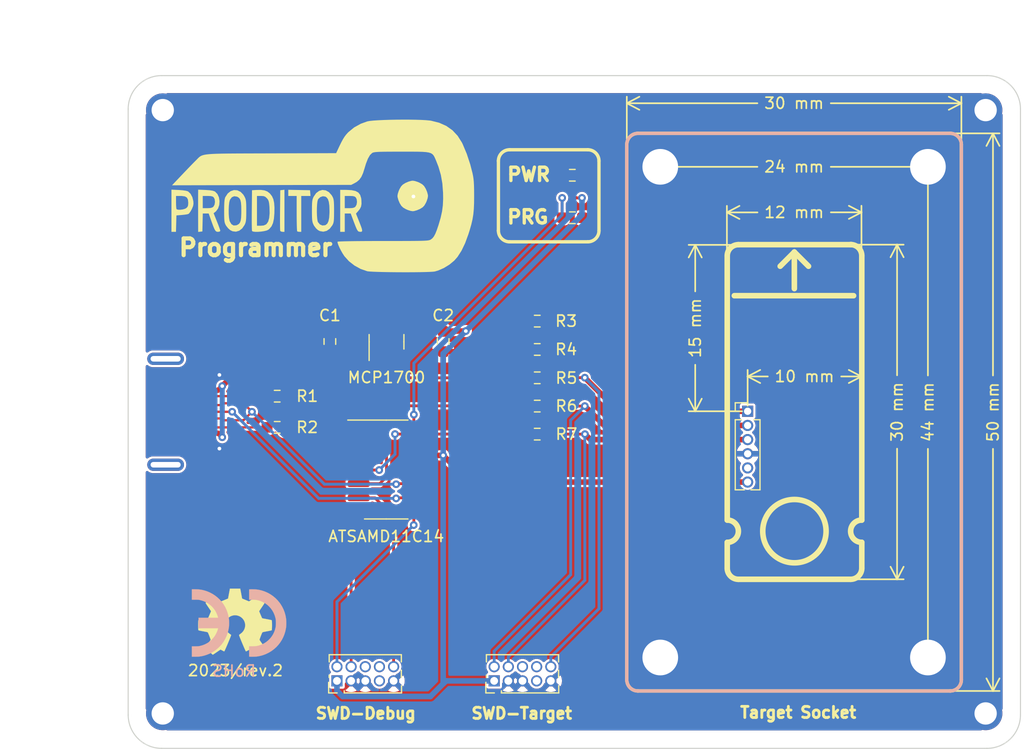
<source format=kicad_pcb>
(kicad_pcb (version 20221018) (generator pcbnew)
  (title_block (comment 4 "AISLER Project ID: GBBRHTNG"))
  (layers (0 "F.Cu" signal) (31 "B.Cu" signal) (34 "B.Paste" user) (35 "F.Paste" user) (36 "B.SilkS" user "B.Silkscreen") (37 "F.SilkS" user "F.Silkscreen") (38 "B.Mask" user) (39 "F.Mask" user) (44 "Edge.Cuts" user))
  (net 0 "")
  (net 1 "+3V3")
  (net 2 "Net-(IC1-IN)")
  (net 3 "/USB_DP")
  (net 4 "/USB_DM")
  (net 5 "/DBG_RESET")
  (net 6 "/DBG_SWCLK")
  (net 7 "/DBG_SWDIO")
  (net 8 "/RESET")
  (net 9 "/DAP_STATUS")
  (net 10 "GND")
  (net 11 "/SWDIO{slash}TMS")
  (net 12 "/SWCLK{slash}TCK")
  (net 13 "Net-(J1-CC1)")
  (net 15 "Net-(IC2-PA5)")
  (net 19 "Net-(IC2-PA14)")
  (net 20 "Net-(IC2-PA15)")
  (net 28 "Net-(LED1-K)")
  (net 29 "Net-(LED2-K)")
  (net 30 "Net-(J1-CC2)")
  (footprint "MountingHole:MountingHole_3.2mm_M3" (layer "F.Cu") (at 81.566 28.2)
    (fp_text reference "H2" hide)
    (fp_text value "MountingHole" hide)
    (pad "" np_thru_hole circle (at 0 0) (size 3.2 3.2) (drill 3.2) (layers "*.Cu" "*.Mask"))
  )
  (footprint "Resistor_SMD:R_0603_1608Metric_Pad0.98x0.95mm_HandSolder" (layer "F.Cu") (at 49.6805 28.956)
    (fp_text reference "LED1" hide)
    (fp_text value "blue" hide)
    (pad "1" smd roundrect (at -0.9125 0) (size 0.975 0.95) (layers "F.Cu" "F.Paste" "F.Mask") (net 1 "+3V3"))
    (pad "2" smd roundrect (at 0.9125 0) (size 0.975 0.95) (layers "F.Cu" "F.Paste" "F.Mask") (net 28 "Net-(LED1-K)"))
  )
  (footprint "Package_TO_SOT_SMD:SOT-23" (layer "F.Cu") (at 33.02 43.8912 90)
    (fp_text reference "IC1" hide)
    (fp_text value "MCP1700" (at -3.2004 0 180) (layer "F.SilkS"))
    (pad "1" smd roundrect (at -0.9375 -0.95 90) (size 1.475 0.6) (layers "F.Cu" "F.Paste" "F.Mask") (net 10 "GND"))
    (pad "2" smd roundrect (at -0.9375 0.95 90) (size 1.475 0.6) (layers "F.Cu" "F.Paste" "F.Mask") (net 1 "+3V3"))
    (pad "3" smd roundrect (at 0.9375 0 90) (size 1.475 0.6) (layers "F.Cu" "F.Paste" "F.Mask") (net 2 "Net-(IC1-IN)"))
  )
  (footprint "Connector_PinHeader_1.27mm:PinHeader_1x06_P1.27mm_Vertical" (layer "F.Cu") (at 65.4 50.12)
    (fp_text reference "J3" hide)
    (fp_text value "Programmer" hide)
    (pad "1" thru_hole rect (at 0 0) (size 1 1) (drill 0.65) (layers "*.Cu" "*.Mask") (net 8 "/RESET"))
    (pad "2" thru_hole oval (at 0 1.27) (size 1 1) (drill 0.65) (layers "*.Cu" "*.Mask") (net 11 "/SWDIO{slash}TMS"))
    (pad "3" thru_hole oval (at 0 2.54) (size 1 1) (drill 0.65) (layers "*.Cu" "*.Mask") (net 12 "/SWCLK{slash}TCK"))
    (pad "4" thru_hole oval (at 0 3.81) (size 1 1) (drill 0.65) (layers "*.Cu" "*.Mask") (net 10 "GND"))
    (pad "5" thru_hole oval (at 0 5.08) (size 1 1) (drill 0.65) (layers "*.Cu" "*.Mask"))
    (pad "6" thru_hole oval (at 0 6.35) (size 1 1) (drill 0.65) (layers "*.Cu" "*.Mask") (net 1 "+3V3"))
  )
  (footprint "MountingHole:MountingHole_3.2mm_M3" (layer "F.Cu") (at 81.566 72.2)
    (fp_text reference "H4" hide)
    (fp_text value "MountingHole" hide)
    (pad "" np_thru_hole circle (at 0 0) (size 3.2 3.2) (drill 3.2) (layers "*.Cu" "*.Mask"))
  )
  (footprint "LOGO" (layer "F.Cu") (at 23.387723 23.555577)
    (fp_text reference "G***" hide)
    (fp_text value "LOGO" hide)
  )
  (footprint "Resistor_SMD:R_0603_1608Metric_Pad0.98x0.95mm_HandSolder" (layer "F.Cu") (at 46.535 42.037)
    (fp_text reference "R3" (at 2.5908 0) (layer "F.SilkS"))
    (fp_text value "100" hide)
    (pad "1" smd roundrect (at -0.9125 0) (size 0.975 0.95) (layers "F.Cu" "F.Paste" "F.Mask") (net 10 "GND"))
    (pad "2" smd roundrect (at 0.9125 0) (size 0.975 0.95) (layers "F.Cu" "F.Paste" "F.Mask") (net 29 "Net-(LED2-K)"))
  )
  (footprint "Resistor_SMD:R_0603_1608Metric_Pad0.98x0.95mm_HandSolder" (layer "F.Cu") (at 27.94 43.8635 90)
    (fp_text reference "C1" (at 2.3345 0 180) (layer "F.SilkS"))
    (fp_text value "1uF" hide)
    (pad "1" smd roundrect (at -0.9125 0 90) (size 0.975 0.95) (layers "F.Cu" "F.Paste" "F.Mask") (net 10 "GND"))
    (pad "2" smd roundrect (at 0.9125 0 90) (size 0.975 0.95) (layers "F.Cu" "F.Paste" "F.Mask") (net 2 "Net-(IC1-IN)"))
  )
  (footprint "Resistor_SMD:R_0603_1608Metric_Pad0.98x0.95mm_HandSolder" (layer "F.Cu") (at 46.535 44.577)
    (fp_text reference "R4" (at 2.5908 0) (layer "F.SilkS"))
    (fp_text value "100" hide)
    (pad "1" smd roundrect (at -0.9125 0) (size 0.975 0.95) (layers "F.Cu" "F.Paste" "F.Mask") (net 10 "GND"))
    (pad "2" smd roundrect (at 0.9125 0) (size 0.975 0.95) (layers "F.Cu" "F.Paste" "F.Mask") (net 28 "Net-(LED1-K)"))
  )
  (footprint "Resistor_SMD:R_0603_1608Metric_Pad0.98x0.95mm_HandSolder" (layer "F.Cu") (at 23.2175 51.562 180)
    (fp_text reference "R2" (at -2.6905 0) (layer "F.SilkS"))
    (fp_text value "5.1K" hide)
    (pad "1" smd roundrect (at -0.9125 0 180) (size 0.975 0.95) (layers "F.Cu" "F.Paste" "F.Mask") (net 10 "GND"))
    (pad "2" smd roundrect (at 0.9125 0 180) (size 0.975 0.95) (layers "F.Cu" "F.Paste" "F.Mask") (net 30 "Net-(J1-CC2)"))
  )
  (footprint "Resistor_SMD:R_0603_1608Metric_Pad0.98x0.95mm_HandSolder" (layer "F.Cu") (at 23.2175 48.768 180)
    (fp_text reference "R1" (at -2.6905 0) (layer "F.SilkS"))
    (fp_text value "5.1K" hide)
    (pad "1" smd roundrect (at -0.9125 0 180) (size 0.975 0.95) (layers "F.Cu" "F.Paste" "F.Mask") (net 10 "GND"))
    (pad "2" smd roundrect (at 0.9125 0 180) (size 0.975 0.95) (layers "F.Cu" "F.Paste" "F.Mask") (net 13 "Net-(J1-CC1)"))
  )
  (footprint "Programmer:Debug_2x05_P1.27mm_Vertical" (layer "F.Cu") (at 28.575 73.025 90)
    (fp_text reference "J2" hide)
    (fp_text value "Conn-5x2" hide)
    (pad "1" thru_hole rect (at -1.27 0 90) (size 1 1) (drill 0.7) (layers "*.Cu" "*.Mask") (net 1 "+3V3"))
    (pad "2" thru_hole circle (at 0 0 90) (size 1 1) (drill 0.7) (layers "*.Cu" "*.Mask") (net 7 "/DBG_SWDIO"))
    (pad "3" thru_hole circle (at -1.27 1.27 90) (size 1 1) (drill 0.7) (layers "*.Cu" "*.Mask") (net 10 "GND"))
    (pad "4" thru_hole circle (at 0 1.27 90) (size 1 1) (drill 0.7) (layers "*.Cu" "*.Mask") (net 6 "/DBG_SWCLK"))
    (pad "5" thru_hole circle (at -1.27 2.54 90) (size 1 1) (drill 0.7) (layers "*.Cu" "*.Mask") (net 10 "GND"))
    (pad "6" thru_hole circle (at 0 2.54 90) (size 1 1) (drill 0.7) (layers "*.Cu" "*.Mask"))
    (pad "7" thru_hole circle (at -1.27 3.81 90) (size 1 1) (drill 0.7) (layers "*.Cu" "*.Mask"))
    (pad "8" thru_hole circle (at 0 3.81 90) (size 1 1) (drill 0.7) (layers "*.Cu" "*.Mask"))
    (pad "9" thru_hole circle (at -1.27 5.08 90) (size 1 1) (drill 0.7) (layers "*.Cu" "*.Mask") (net 10 "GND"))
    (pad "10" thru_hole circle (at 0 5.08 90) (size 1 1) (drill 0.7) (layers "*.Cu" "*.Mask") (net 5 "/DBG_RESET"))
  )
  (footprint "Resistor_SMD:R_0603_1608Metric_Pad0.98x0.95mm_HandSolder" (layer "F.Cu") (at 46.535 47.1195 180)
    (fp_text reference "R5" (at -2.614 -0.0252) (layer "F.SilkS"))
    (fp_text value "100" hide)
    (pad "1" smd roundrect (at -0.9125 0 180) (size 0.975 0.95) (layers "F.Cu" "F.Paste" "F.Mask") (net 8 "/RESET"))
    (pad "2" smd roundrect (at 0.9125 0 180) (size 0.975 0.95) (layers "F.Cu" "F.Paste" "F.Mask") (net 15 "Net-(IC2-PA5)"))
  )
  (footprint "Symbol:OSHW-Symbol_6.7x6mm_SilkScreen" (layer "F.Cu") (at 19.431 69)
    (fp_text reference "REF**" hide)
    (fp_text value "OSHW-Symbol_6.7x6mm_SilkScreen" hide)
  )
  (footprint "Resistor_SMD:R_0603_1608Metric_Pad0.98x0.95mm_HandSolder" (layer "F.Cu") (at 38.1 43.8635 90)
    (fp_text reference "C2" (at 2.3345 0 180) (layer "F.SilkS"))
    (fp_text value "1uF" hide)
    (pad "1" smd roundrect (at -0.9125 0 90) (size 0.975 0.95) (layers "F.Cu" "F.Paste" "F.Mask") (net 10 "GND"))
    (pad "2" smd roundrect (at 0.9125 0 90) (size 0.975 0.95) (layers "F.Cu" "F.Paste" "F.Mask") (net 1 "+3V3"))
  )
  (footprint "MountingHole:MountingHole_3.2mm_M3" (layer "F.Cu") (at 57.566 28.2)
    (fp_text reference "H1" hide)
    (fp_text value "MountingHole" hide)
    (pad "" np_thru_hole circle (at 0 0) (size 3.2 3.2) (drill 3.2) (layers "*.Cu" "*.Mask"))
  )
  (footprint "Programmer:CX90BW-16P" (layer "F.Cu") (at 11.012 50.165 -90)
    (fp_text reference "J1" hide)
    (fp_text value "CX90BW-16" hide)
    (pad "A1" smd rect (at -2.575 -5.125) (size 0.95 0.45) (layers "F.Cu" "F.Paste" "F.Mask") (net 10 "GND"))
    (pad "A4" smd rect (at -1.925 -5.125) (size 0.95 0.45) (layers "F.Cu" "F.Paste" "F.Mask") (net 2 "Net-(IC1-IN)"))
    (pad "A5" smd rect (at -1.4 -5.125) (size 0.95 0.2) (layers "F.Cu" "F.Paste" "F.Mask") (net 13 "Net-(J1-CC1)"))
    (pad "A6" smd rect (at -0.6 -5.125) (size 0.95 0.2) (layers "F.Cu" "F.Paste" "F.Mask") (net 3 "/USB_DP"))
    (pad "A7" smd rect (at 0.2 -5.125) (size 0.95 0.2) (layers "F.Cu" "F.Paste" "F.Mask") (net 4 "/USB_DM"))
    (pad "A8" smd rect (at 1 -5.125) (size 0.95 0.2) (layers "F.Cu" "F.Paste" "F.Mask"))
    (pad "B1" smd rect (at 2.575 -5.125) (size 0.95 0.45) (layers "F.Cu" "F.Paste" "F.Mask") (net 10 "GND"))
    (pad "B4" smd rect (at 1.925 -5.125) (size 0.95 0.45) (layers "F.Cu" "F.Paste" "F.Mask") (net 2 "Net-(IC1-IN)"))
    (pad "B5" smd rect (at 1.4 -5.125) (size 0.95 0.2) (layers "F.Cu" "F.Paste" "F.Mask") (net 30 "Net-(J1-CC2)"))
    (pad "B6" smd rect (at 0.6 -5.125) (size 0.95 0.2) (layers "F.Cu" "F.Paste" "F.Mask") (net 3 "/USB_DP"))
    (pad "B7" smd rect (at -0.2 -5.125) (size 0.95 0.2) (layers "F.Cu" "F.Paste" "F.Mask") (net 4 "/USB_DM"))
    (pad "B8" smd rect (at -1 -5.125) (size 0.95 0.2) (layers "F.Cu" "F.Paste" "F.Mask"))
    (pad "M1" thru_hole oval (at -4.75 -2.2) (size 3.3 1.1) (drill oval 2.7 0.5) (layers "*.Cu" "*.Mask"))
    (pad "M2" thru_hole oval (at 4.75 -2.2) (size 3.3 1.1) (drill oval 2.7 0.5) (layers "*.Cu" "*.Mask"))
    (pad "S1" smd rect (at -3.375 -5.125) (size 0.95 0.75) (layers "F.Cu" "F.Paste" "F.Mask"))
    (pad "S2" smd rect (at 3.375 -5.125) (size 0.95 0.75) (layers "F.Cu" "F.Paste" "F.Mask"))
  )
  (footprint "MountingHole:MountingHole_3.2mm_M3" (layer "F.Cu") (at 57.566 72.2)
    (fp_text reference "H3" hide)
    (fp_text value "MountingHole" hide)
    (pad "" np_thru_hole circle (at 0 0) (size 3.2 3.2) (drill 3.2) (layers "*.Cu" "*.Mask"))
  )
  (footprint "Resistor_SMD:R_0603_1608Metric_Pad0.98x0.95mm_HandSolder" (layer "F.Cu") (at 49.6805 32.766)
    (fp_text reference "LED2" hide)
    (fp_text value "red" hide)
    (pad "1" smd roundrect (at -0.9125 0) (size 0.975 0.95) (layers "F.Cu" "F.Paste" "F.Mask") (net 9 "/DAP_STATUS"))
    (pad "2" smd roundrect (at 0.9125 0) (size 0.975 0.95) (layers "F.Cu" "F.Paste" "F.Mask") (net 29 "Net-(LED2-K)"))
  )
  (footprint "Package_SO:SOIC-14_3.9x8.7mm_P1.27mm" (layer "F.Cu") (at 32.9946 55.343047)
    (fp_text reference "IC2" hide)
    (fp_text value "ATSAMD11C14" (at 0 5.997953) (layer "F.SilkS"))
    (pad "1" smd roundrect (at -2.475 -3.81) (size 1.95 0.6) (layers "F.Cu" "F.Paste" "F.Mask") (net 15 "Net-(IC2-PA5)"))
    (pad "2" smd roundrect (at -2.475 -2.54) (size 1.95 0.6) (layers "F.Cu" "F.Paste" "F.Mask"))
    (pad "3" smd roundrect (at -2.475 -1.27) (size 1.95 0.6) (layers "F.Cu" "F.Paste" "F.Mask"))
    (pad "4" smd roundrect (at -2.475 0) (size 1.95 0.6) (layers "F.Cu" "F.Paste" "F.Mask") (net 19 "Net-(IC2-PA14)"))
    (pad "5" smd roundrect (at -2.475 1.27) (size 1.95 0.6) (layers "F.Cu" "F.Paste" "F.Mask") (net 20 "Net-(IC2-PA15)"))
    (pad "6" smd roundrect (at -2.475 2.54) (size 1.95 0.6) (layers "F.Cu" "F.Paste" "F.Mask") (net 5 "/DBG_RESET"))
    (pad "7" smd roundrect (at -2.475 3.81) (size 1.95 0.6) (layers "F.Cu" "F.Paste" "F.Mask") (net 6 "/DBG_SWCLK"))
    (pad "8" smd roundrect (at 2.475 3.81) (size 1.95 0.6) (layers "F.Cu" "F.Paste" "F.Mask") (net 7 "/DBG_SWDIO"))
    (pad "9" smd roundrect (at 2.475 2.54) (size 1.95 0.6) (layers "F.Cu" "F.Paste" "F.Mask") (net 4 "/USB_DM"))
    (pad "10" smd roundrect (at 2.475 1.27) (size 1.95 0.6) (layers "F.Cu" "F.Paste" "F.Mask") (net 3 "/USB_DP"))
    (pad "11" smd roundrect (at 2.475 0) (size 1.95 0.6) (layers "F.Cu" "F.Paste" "F.Mask") (net 10 "GND"))
    (pad "12" smd roundrect (at 2.475 -1.27) (size 1.95 0.6) (layers "F.Cu" "F.Paste" "F.Mask") (net 1 "+3V3"))
    (pad "13" smd roundrect (at 2.475 -2.54) (size 1.95 0.6) (layers "F.Cu" "F.Paste" "F.Mask"))
    (pad "14" smd roundrect (at 2.475 -3.81) (size 1.95 0.6) (layers "F.Cu" "F.Paste" "F.Mask") (net 9 "/DAP_STATUS"))
  )
  (footprint "Resistor_SMD:R_0603_1608Metric_Pad0.98x0.95mm_HandSolder" (layer "F.Cu") (at 46.535 49.657)
    (fp_text reference "R6" (at 2.614 0) (layer "F.SilkS"))
    (fp_text value "100" hide)
    (pad "1" smd roundrect (at -0.9125 0) (size 0.975 0.95) (layers "F.Cu" "F.Paste" "F.Mask") (net 20 "Net-(IC2-PA15)"))
    (pad "2" smd roundrect (at 0.9125 0) (size 0.975 0.95) (layers "F.Cu" "F.Paste" "F.Mask") (net 11 "/SWDIO{slash}TMS"))
  )
  (footprint "Programmer:Debug_2x05_P1.27mm_Vertical" (layer "F.Cu") (at 42.672 73.025 90)
    (fp_text reference "J4" hide)
    (fp_text value "Conn-5x2" hide)
    (pad "1" thru_hole rect (at -1.27 0 90) (size 1 1) (drill 0.7) (layers "*.Cu" "*.Mask") (net 1 "+3V3"))
    (pad "2" thru_hole circle (at 0 0 90) (size 1 1) (drill 0.7) (layers "*.Cu" "*.Mask") (net 11 "/SWDIO{slash}TMS"))
    (pad "3" thru_hole circle (at -1.27 1.27 90) (size 1 1) (drill 0.7) (layers "*.Cu" "*.Mask") (net 10 "GND"))
    (pad "4" thru_hole circle (at 0 1.27 90) (size 1 1) (drill 0.7) (layers "*.Cu" "*.Mask") (net 12 "/SWCLK{slash}TCK"))
    (pad "5" thru_hole circle (at -1.27 2.54 90) (size 1 1) (drill 0.7) (layers "*.Cu" "*.Mask") (net 10 "GND"))
    (pad "6" thru_hole circle (at 0 2.54 90) (size 1 1) (drill 0.7) (layers "*.Cu" "*.Mask"))
    (pad "7" thru_hole circle (at -1.27 3.81 90) (size 1 1) (drill 0.7) (layers "*.Cu" "*.Mask"))
    (pad "8" thru_hole circle (at 0 3.81 90) (size 1 1) (drill 0.7) (layers "*.Cu" "*.Mask"))
    (pad "9" thru_hole circle (at -1.27 5.08 90) (size 1 1) (drill 0.7) (layers "*.Cu" "*.Mask") (net 10 "GND"))
    (pad "10" thru_hole circle (at 0 5.08 90) (size 1 1) (drill 0.7) (layers "*.Cu" "*.Mask") (net 8 "/RESET"))
  )
  (footprint "Resistor_SMD:R_0603_1608Metric_Pad0.98x0.95mm_HandSolder" (layer "F.Cu") (at 46.5328 52.1716)
    (fp_text reference "R7" (at 2.62 0) (layer "F.SilkS"))
    (fp_text value "100" hide)
    (pad "1" smd roundrect (at -0.9125 0) (size 0.975 0.95) (layers "F.Cu" "F.Paste" "F.Mask") (net 19 "Net-(IC2-PA14)"))
    (pad "2" smd roundrect (at 0.9125 0) (size 0.975 0.95) (layers "F.Cu" "F.Paste" "F.Mask") (net 12 "/SWCLK{slash}TCK"))
  )
  (footprint "Symbol:CE-Logo_8.5x6mm_SilkScreen" (layer "B.Cu") (at 19.8 69.1 180)
    (fp_text reference "REF**" hide)
    (fp_text value "CE-Logo_8.5x6mm_SilkScreen" hide)
  )
  (gr_line (start 55.566 25.2) (end 83.566 25.2) (stroke (width 0.3)) (layer "B.SilkS"))
  (gr_line (start 83.566 75.2) (end 55.566 75.2) (stroke (width 0.3)) (layer "B.SilkS"))
  (gr_arc (start 83.566 25.2) (mid 84.273106 25.492893) (end 84.566 26.2) (stroke (width 0.3)) (layer "B.SilkS"))
  (gr_arc (start 54.566 26.2) (mid 54.858893 25.492894) (end 55.566 25.2) (stroke (width 0.3)) (layer "B.SilkS"))
  (gr_line (start 84.566 26.2) (end 84.566 74.2) (stroke (width 0.3)) (layer "B.SilkS"))
  (gr_line (start 54.566 74.2) (end 54.566 26.2) (stroke (width 0.3)) (layer "B.SilkS"))
  (gr_arc (start 84.566 74.2) (mid 84.273107 74.907106) (end 83.566 75.2) (stroke (width 0.3)) (layer "B.SilkS"))
  (gr_arc (start 55.566 75.2) (mid 54.858894 74.907107) (end 54.566 74.2) (stroke (width 0.3)) (layer "B.SilkS"))
  (gr_line (start 69.5892 35.844794) (end 70.8592 37.114794) (stroke (width 0.5)) (layer "F.SilkS"))
  (gr_line (start 74.9 39.756394) (end 64.2044 39.756394) (stroke (width 0.5)) (layer "F.SilkS"))
  (gr_line (start 43.053 33.925) (end 43.053 27.67) (stroke (width 0.3)) (layer "F.SilkS"))
  (gr_line (start 84.566 26.2) (end 84.566 74.2) (stroke (width 0.3)) (layer "F.SilkS"))
  (gr_arc (start 75.6362 61.875) (mid 74.6362 60.875) (end 75.6362 59.875) (stroke (width 0.5)) (layer "F.SilkS"))
  (gr_arc (start 55.566 75.2) (mid 54.858894 74.907107) (end 54.566 74.2) (stroke (width 0.3)) (layer "F.SilkS"))
  (gr_line (start 69.5892 35.844794) (end 69.5892 39.121394) (stroke (width 0.5)) (layer "F.SilkS"))
  (gr_line (start 64.570235 35.18) (end 74.7 35.18) (stroke (width 0.5)) (layer "F.SilkS"))
  (gr_line (start 63.5712 64.187) (end 63.5712 61.875) (stroke (width 0.5)) (layer "F.SilkS"))
  (gr_line (start 75.6362 64.187) (end 75.6362 61.875) (stroke (width 0.5)) (layer "F.SilkS"))
  (gr_arc (start 63.5712 36.182035) (mid 63.863735 35.475253) (end 64.570235 35.182036) (stroke (width 0.5)) (layer "F.SilkS"))
  (gr_line (start 55.566 25.2) (end 83.566 25.2) (stroke (width 0.3)) (layer "F.SilkS"))
  (gr_arc (start 44.053 34.925) (mid 43.345894 34.632107) (end 43.053 33.925) (stroke (width 0.3)) (layer "F.SilkS"))
  (gr_line (start 54.566 74.2) (end 54.566 26.2) (stroke (width 0.3)) (layer "F.SilkS"))
  (gr_circle (center 69.596 60.87) (end 72.435806 60.87) (stroke (width 0.5)) (fill none) (layer "F.SilkS"))
  (gr_arc (start 51.07 26.67) (mid 51.777106 26.962893) (end 52.07 27.67) (stroke (width 0.3)) (layer "F.SilkS"))
  (gr_line (start 51.07 34.925) (end 44.053 34.925) (stroke (width 0.3)) (layer "F.SilkS"))
  (gr_arc (start 74.635235 35.172322) (mid 75.342961 35.464878) (end 75.6362 36.172322) (stroke (width 0.5)) (layer "F.SilkS"))
  (gr_line (start 69.5892 35.844794) (end 68.3192 37.114794) (stroke (width 0.5)) (layer "F.SilkS"))
  (gr_arc (start 83.566 25.2) (mid 84.273106 25.492893) (end 84.566 26.2) (stroke (width 0.3)) (layer "F.SilkS"))
  (gr_arc (start 43.053 27.67) (mid 43.345893 26.962894) (end 44.053 26.67) (stroke (width 0.3)) (layer "F.SilkS"))
  (gr_line (start 83.566 75.2) (end 55.566 75.2) (stroke (width 0.3)) (layer "F.SilkS"))
  (gr_line (start 52.07 27.67) (end 52.07 33.925) (stroke (width 0.3)) (layer "F.SilkS"))
  (gr_arc (start 64.5712 65.187) (mid 63.864094 64.894107) (end 63.5712 64.187) (stroke (width 0.5)) (layer "F.SilkS"))
  (gr_line (start 74.6362 65.187) (end 64.5712 65.187) (stroke (width 0.5)) (layer "F.SilkS"))
  (gr_arc (start 84.566 74.2) (mid 84.273107 74.907106) (end 83.566 75.2) (stroke (width 0.3)) (layer "F.SilkS"))
  (gr_line (start 63.5712 59.875) (end 63.5712 36.182035) (stroke (width 0.5)) (layer "F.SilkS"))
  (gr_arc (start 52.07 33.925) (mid 51.777107 34.632106) (end 51.07 34.925) (stroke (width 0.3)) (layer "F.SilkS"))
  (gr_line (start 75.6362 59.875) (end 75.6362 36.172322) (stroke (width 0.5)) (layer "F.SilkS"))
  (gr_line (start 44.053 26.67) (end 51.07 26.67) (stroke (width 0.3)) (layer "F.SilkS"))
  (gr_arc (start 63.5712 59.875) (mid 64.5712 60.875) (end 63.5712 61.875) (stroke (width 0.5)) (layer "F.SilkS"))
  (gr_arc (start 54.566 26.2) (mid 54.858893 25.492894) (end 55.566 25.2) (stroke (width 0.3)) (layer "F.SilkS"))
  (gr_arc (start 75.6362 64.187) (mid 75.343307 64.894106) (end 74.6362 65.187) (stroke (width 0.5)) (layer "F.SilkS"))
  (gr_arc (start 86.8652 20.020194) (mid 88.98652 20.898874) (end 89.8652 23.020194) (stroke (width 0.1)) (layer "Edge.Cuts"))
  (gr_arc (start 12.8552 80.345194) (mid 10.73388 79.466514) (end 9.8552 77.345194) (stroke (width 0.1)) (layer "Edge.Cuts"))
  (gr_arc (start 9.8552 23.020194) (mid 10.73388 20.898874) (end 12.8552 20.020194) (stroke (width 0.1)) (layer "Edge.Cuts"))
  (gr_line (start 86.8652 80.345194) (end 12.8552 80.345194) (stroke (width 0.1)) (layer "Edge.Cuts"))
  (gr_line (start 89.8652 23.020194) (end 89.8652 77.345194) (stroke (width 0.1)) (layer "Edge.Cuts"))
  (gr_line (start 12.8552 20.020194) (end 86.8652 20.020194) (stroke (width 0.1)) (layer "Edge.Cuts"))
  (gr_arc (start 89.8652 77.345194) (mid 88.98652 79.466514) (end 86.8652 80.345194) (stroke (width 0.1)) (layer "Edge.Cuts"))
  (gr_line (start 9.8552 77.345194) (end 9.8552 23.020194) (stroke (width 0.1)) (layer "Edge.Cuts"))
  (gr_text "RoHS" (at 21.4 74) (layer "B.SilkS") (effects (font (size 1 1)) (justify left bottom mirror)))
  (gr_text "PRG" (at 43.688 33.401) (layer "F.SilkS") (effects (font (size 1.2 1.2) (thickness 0.3) bold) (justify left bottom)))
  (gr_text "Programmer" (at 14.224 36.322) (layer "F.SilkS") (effects (font (size 1.5 1.5) (thickness 0.375) bold) (justify left bottom)))
  (gr_text "Target Socket" (at 64.601 77.715194) (layer "F.SilkS") (effects (font (size 1 1) (thickness 0.25) bold) (justify left bottom)))
  (gr_text "SWD-Debug" (at 26.543 77.795194) (layer "F.SilkS") (effects (font (size 1 1) (thickness 0.25) bold) (justify left bottom)))
  (gr_text "2023/rev.2" (at 15.113 73.953) (layer "F.SilkS") (effects (font (size 1 1)) (justify left bottom)))
  (gr_text "PWR" (at 43.688 29.591) (layer "F.SilkS") (effects (font (size 1.2 1.2) (thickness 0.3) bold) (justify left bottom)))
  (gr_text "SWD-Target" (at 40.5 77.795194) (layer "F.SilkS") (effects (font (size 1 1) (thickness 0.25) bold) (justify left bottom)))
  (dimension (type aligned) (layer "F.SilkS") (pts (xy 84.566 26.2) (xy 54.566 26.2)) (height 3.7) (gr_text "30 mm" (at 69.566 22.5) (layer "F.SilkS") (effects (font (size 1 1) (thickness 0.15)))) (format (prefix "") (suffix "") (units 3) (units_format 1) (precision 0)) (style (thickness 0.15) (arrow_length 1.27) (text_position_mode 1) (extension_height 0.58642) (extension_offset 0.5) keep_text_aligned))
  (dimension (type aligned) (layer "F.SilkS") (pts (xy 81.566 28.2) (xy 81.566 72.2)) (height 0) (gr_text "44 mm" (at 81.566 50.2 90) (layer "F.SilkS") (effects (font (size 1 1) (thickness 0.15)))) (format (prefix "") (suffix "") (units 3) (units_format 1) (precision 0)) (style (thickness 0.15) (arrow_length 1.27) (text_position_mode 1) (extension_height 0.58642) (extension_offset 0.5) keep_text_aligned))
  (dimension (type aligned) (layer "F.SilkS") (pts (xy 57.566 28.2) (xy 81.566 28.2)) (height 0) (gr_text "24 mm" (at 69.566 28.2) (layer "F.SilkS") (effects (font (size 1 1) (thickness 0.15)))) (format (prefix "") (suffix "") (units 3) (units_format 1) (precision 0)) (style (thickness 0.15) (arrow_length 1.27) (text_position_mode 1) (extension_height 0.58642) (extension_offset 0.5) keep_text_aligned))
  (dimension (type aligned) (layer "F.SilkS") (pts (xy 83.566 75.2) (xy 83.566 25.2)) (height 3.834) (gr_text "50 mm" (at 87.4 50.2 90) (layer "F.SilkS") (effects (font (size 1 1) (thickness 0.15)))) (format (prefix "") (suffix "") (units 3) (units_format 1) (precision 0)) (style (thickness 0.15) (arrow_length 1.27) (text_position_mode 1) (extension_height 0.58642) (extension_offset 0.5) keep_text_aligned))
  (dimension (type aligned) (layer "F.SilkS") (pts (xy 74.7 35.18) (xy 74.7 65.187)) (height -4.1) (gr_text "30 mm" (at 78.8 50.1835 90) (layer "F.SilkS") (effects (font (size 1 1) (thickness 0.15)))) (format (prefix "") (suffix "") (units 3) (units_format 1) (precision 0)) (style (thickness 0.15) (arrow_length 1.27) (text_position_mode 1) (extension_height 0.58642) (extension_offset 0.5) keep_text_aligned))
  (dimension (type aligned) (layer "F.SilkS") (pts (xy 65.4 50.12) (xy 75.6 50.12)) (height -3.12) (gr_text "10 mm" (at 70.5 47) (layer "F.SilkS") (effects (font (size 1 1) (thickness 0.15)))) (format (prefix "") (suffix "") (units 3) (units_format 1) (precision 0)) (style (thickness 0.15) (arrow_length 1.27) (text_position_mode 1) (extension_height 0.58642) (extension_offset 0.5) keep_text_aligned))
  (dimension (type aligned) (layer "F.SilkS") (pts (xy 63.544 36.183429) (xy 75.609 36.173716)) (height -3.893792) (gr_text "12 mm" (at 69.573365 32.284781 0.04613104699) (layer "F.SilkS") (effects (font (size 1 1) (thickness 0.15)))) (format (prefix "") (suffix "") (units 3) (units_format 1) (precision 0)) (style (thickness 0.15) (arrow_length 1.27) (text_position_mode 1) (extension_height 0.58642) (extension_offset 0.5) keep_text_aligned))
  (dimension (type aligned) (layer "F.SilkS") (pts (xy 65.4 50.12) (xy 65.4 35.2)) (height -4.7) (gr_text "15 mm" (at 60.7 42.66 90) (layer "F.SilkS") (effects (font (size 1 1) (thickness 0.15)))) (format (prefix "") (suffix "") (units 3) (units_format 1) (precision 0)) (style (thickness 0.15) (arrow_length 1.27) (text_position_mode 1) (extension_height 0.58642) (extension_offset 0.5) keep_text_aligned))
  (segment (start 38.125 42.926) (end 38.1 42.951) (width 0.5) (layer "F.Cu") (net 1))
  (segment (start 35.473153 54.0766) (end 38.1 54.0766) (width 0.5) (layer "F.Cu") (net 1))
  (segment (start 35.0035 44.8287) (end 36.8812 42.951) (width 0.5) (layer "F.Cu") (net 1))
  (segment (start 48.768 29.718) (end 48.768 28.956) (width 0.254) (layer "F.Cu") (net 1))
  (segment (start 40.4934 56.47) (end 65.4 56.47) (width 0.5) (layer "F.Cu") (net 1))
  (segment (start 38.1 54.0766) (end 40.4934 56.47) (width 0.5) (layer "F.Cu") (net 1))
  (segment (start 50.038 30.988) (end 48.768 29.718) (width 0.254) (layer "F.Cu") (net 1))
  (segment (start 33.97 44.8287) (end 35.0035 44.8287) (width 0.5) (layer "F.Cu") (net 1))
  (segment (start 40.132 42.926) (end 38.125 42.926) (width 0.5) (layer "F.Cu") (net 1))
  (segment (start 50.546 30.988) (end 50.038 30.988) (width 0.254) (layer "F.Cu") (net 1))
  (segment (start 36.8812 42.951) (end 38.1 42.951) (width 0.5) (layer "F.Cu") (net 1))
  (via (at 38.1 54.0766) (size 0.6858) (drill 0.3302) (layers "F.Cu" "B.Cu") (net 1))
  (via (at 40.132 42.926) (size 0.6858) (drill 0.3302) (layers "F.Cu" "B.Cu") (net 1))
  (via (at 50.546 30.988) (size 0.6858) (drill 0.3302) (layers "F.Cu" "B.Cu") (net 1))
  (segment (start 38.1 74.549) (end 38.354 74.295) (width 0.5) (layer "B.Cu") (net 1))
  (segment (start 38.354 74.295) (end 36.957 75.692) (width 0.5) (layer "B.Cu") (net 1))
  (segment (start 40.132 42.926) (end 38.1 44.958) (width 0.5) (layer "B.Cu") (net 1))
  (segment (start 38.1 44.958) (end 38.1 74.549) (width 0.5) (layer "B.Cu") (net 1))
  (segment (start 29.083 75.692) (end 28.575 75.184) (width 0.5) (layer "B.Cu") (net 1))
  (segment (start 40.132 42.926) (end 50.546 32.512) (width 0.5) (layer "B.Cu") (net 1))
  (segment (start 36.957 75.692) (end 29.083 75.692) (width 0.5) (layer "B.Cu") (net 1))
  (segment (start 28.575 75.184) (end 28.575 74.295) (width 0.5) (layer "B.Cu") (net 1))
  (segment (start 50.546 32.512) (end 50.546 30.988) (width 0.5) (layer "B.Cu") (net 1))
  (segment (start 38.354 74.295) (end 42.672 74.295) (width 0.5) (layer "B.Cu") (net 1))
  (segment (start 33.02 42.9537) (end 27.9427 42.9537) (width 0.5) (layer "F.Cu") (net 2))
  (segment (start 18.288 47.859) (end 23.196 42.951) (width 0.5) (layer "F.Cu") (net 2))
  (segment (start 23.196 42.951) (end 27.94 42.951) (width 0.5) (layer "F.Cu") (net 2))
  (segment (start 18.288 47.859) (end 17.907 48.24) (width 0.45) (layer "F.Cu") (net 2))
  (segment (start 18.288 52.451) (end 17.927 52.09) (width 0.45) (layer "F.Cu") (net 2))
  (segment (start 17.927 52.09) (end 16.137 52.09) (width 0.45) (layer "F.Cu") (net 2))
  (segment (start 27.9427 42.9537) (end 27.94 42.951) (width 0.254) (layer "F.Cu") (net 2))
  (segment (start 17.907 48.24) (end 16.137 48.24) (width 0.45) (layer "F.Cu") (net 2))
  (via (at 18.288 47.859) (size 0.6858) (drill 0.3302) (layers "F.Cu" "B.Cu") (net 2))
  (via (at 18.288 52.451) (size 0.6858) (drill 0.3302) (layers "F.Cu" "B.Cu") (net 2))
  (segment (start 18.288 47.859) (end 18.288 52.451) (width 0.45) (layer "B.Cu") (net 2))
  (segment (start 18.288 50.927) (end 18.126 50.765) (width 0.2) (layer "F.Cu") (net 3))
  (segment (start 18.126 50.765) (end 16.137 50.765) (width 0.2) (layer "F.Cu") (net 3))
  (segment (start 33.9321 56.613047) (end 33.8836 56.661547) (width 0.254) (layer "F.Cu") (net 3))
  (segment (start 18.126 49.565) (end 16.137 49.565) (width 0.2) (layer "F.Cu") (net 3))
  (segment (start 18.288 49.403) (end 18.126 49.565) (width 0.2) (layer "F.Cu") (net 3))
  (segment (start 20.955 50.165) (end 20.193 50.927) (width 0.2) (layer "F.Cu") (net 3))
  (segment (start 20.955 50.165) (end 20.193 49.403) (width 0.2) (layer "F.Cu") (net 3))
  (segment (start 20.193 50.927) (end 18.288 50.927) (width 0.2) (layer "F.Cu") (net 3))
  (segment (start 20.193 49.403) (end 18.288 49.403) (width 0.2) (layer "F.Cu") (net 3))
  (segment (start 35.4696 56.613047) (end 33.9321 56.613047) (width 0.254) (layer "F.Cu") (net 3))
  (via (at 33.8836 56.661547) (size 0.6858) (drill 0.3302) (layers "F.Cu" "B.Cu") (net 3))
  (via (at 20.955 50.165) (size 0.6858) (drill 0.3302) (layers "F.Cu" "B.Cu") (net 3))
  (segment (start 27.451547 56.661547) (end 33.8836 56.661547) (width 0.254) (layer "B.Cu") (net 3))
  (segment (start 20.955 50.165) (end 27.451547 56.661547) (width 0.254) (layer "B.Cu") (net 3))
  (segment (start 17.326 49.965) (end 16.137 49.965) (width 0.2) (layer "F.Cu") (net 4))
  (segment (start 35.4696 57.883047) (end 33.9321 57.883047) (width 0.254) (layer "F.Cu") (net 4))
  (segment (start 17.326 50.365) (end 16.137 50.365) (width 0.2) (layer "F.Cu") (net 4))
  (segment (start 18.12925 50.165) (end 17.526 50.165) (width 0.2) (layer "F.Cu") (net 4))
  (segment (start 19.177 50.165) (end 18.12925 50.165) (width 0.2) (layer "F.Cu") (net 4))
  (segment (start 33.9321 57.883047) (end 33.8836 57.931547) (width 0.254) (layer "F.Cu") (net 4))
  (segment (start 17.526 50.165) (end 17.326 50.365) (width 0.2) (layer "F.Cu") (net 4))
  (segment (start 17.526 50.165) (end 17.326 49.965) (width 0.2) (layer "F.Cu") (net 4))
  (via (at 33.8836 57.931547) (size 0.6858) (drill 0.3302) (layers "F.Cu" "B.Cu") (net 4))
  (via (at 19.177 50.165) (size 0.6858) (drill 0.3302) (layers "F.Cu" "B.Cu") (net 4))
  (segment (start 19.177 50.165) (end 26.943547 57.931547) (width 0.254) (layer "B.Cu") (net 4))
  (segment (start 26.943547 57.931547) (end 33.8836 57.931547) (width 0.254) (layer "B.Cu") (net 4))
  (segment (start 33.655 59.563) (end 33.655 73.025) (width 0.254) (layer "F.Cu") (net 5))
  (segment (start 30.5196 57.883047) (end 31.975047 57.883047) (width 0.254) (layer "F.Cu") (net 5))
  (segment (start 31.975047 57.883047) (end 33.655 59.563) (width 0.254) (layer "F.Cu") (net 5))
  (segment (start 30.5196 59.9044) (end 29.845 60.579) (width 0.254) (layer "F.Cu") (net 6))
  (segment (start 30.5196 59.153047) (end 30.5196 59.9044) (width 0.254) (layer "F.Cu") (net 6))
  (segment (start 29.845 60.579) (end 29.845 73.025) (width 0.254) (layer "F.Cu") (net 6))
  (segment (start 35.4696 60.3138) (end 35.4696 59.153047) (width 0.254) (layer "F.Cu") (net 7))
  (segment (start 35.4584 60.325) (end 35.4696 60.3138) (width 0.254) (layer "F.Cu") (net 7))
  (via (at 35.4584 60.325) (size 0.6858) (drill 0.3302) (layers "F.Cu" "B.Cu") (net 7))
  (segment (start 28.575 67.2084) (end 28.575 73.025) (width 0.254) (layer "B.Cu") (net 7))
  (segment (start 35.4584 60.325) (end 28.575 67.2084) (width 0.254) (layer "B.Cu") (net 7))
  (segment (start 53.811806 50.12) (end 65.4 50.12) (width 0.5) (layer "F.Cu") (net 8))
  (segment (start 50.8 47.108194) (end 47.458806 47.108194) (width 0.254) (layer "F.Cu") (net 8))
  (segment (start 47.458806 47.108194) (end 47.4475 47.1195) (width 0.254) (layer "F.Cu") (net 8))
  (segment (start 50.8 47.108194) (end 53.811806 50.12) (width 0.5) (layer "F.Cu") (net 8))
  (via (at 50.8 47.108194) (size 0.6858) (drill 0.3302) (layers "F.Cu" "B.Cu") (net 8))
  (segment (start 47.752 72.136) (end 52.07 67.818) (width 0.254) (layer "B.Cu") (net 8))
  (segment (start 52.07 67.818) (end 52.07 48.378194) (width 0.254) (layer "B.Cu") (net 8))
  (segment (start 52.07 48.378194) (end 50.8 47.108194) (width 0.254) (layer "B.Cu") (net 8))
  (segment (start 47.752 73.025) (end 47.752 72.136) (width 0.254) (layer "B.Cu") (net 8))
  (segment (start 48.768 30.988) (end 48.768 32.766) (width 0.254) (layer "F.Cu") (net 9))
  (segment (start 35.4696 50.419) (end 35.4696 51.533047) (width 0.254) (layer "F.Cu") (net 9))
  (via (at 48.768 30.988) (size 0.6858) (drill 0.3302) (layers "F.Cu" "B.Cu") (net 9))
  (via (at 35.4696 50.419) (size 0.6858) (drill 0.3302) (layers "F.Cu" "B.Cu") (net 9))
  (segment (start 48.768 32.512) (end 48.768 30.988) (width 0.254) (layer "B.Cu") (net 9))
  (segment (start 35.4696 45.8104) (end 48.768 32.512) (width 0.254) (layer "B.Cu") (net 9))
  (segment (start 35.4696 50.419) (end 35.4696 45.8104) (width 0.254) (layer "B.Cu") (net 9))
  (segment (start 17.307 47.59) (end 16.137 47.59) (width 0.45) (layer "F.Cu") (net 10))
  (segment (start 35.5181 55.391547) (end 35.4696 55.343047) (width 0.254) (layer "F.Cu") (net 10))
  (segment (start 18.034 46.863) (end 17.307 47.59) (width 0.45) (layer "F.Cu") (net 10))
  (segment (start 18.034 53.467) (end 17.307 52.74) (width 0.45) (layer "F.Cu") (net 10))
  (segment (start 17.307 52.74) (end 16.137 52.74) (width 0.45) (layer "F.Cu") (net 10))
  (via (at 35.433 30.861) (size 0.6858) (drill 0.3302) (layers "F.Cu" "B.Cu") (net 10))
  (via (at 12.954 77.216) (size 3) (drill 2) (layers "F.Cu" "B.Cu") (net 10))
  (via (at 12.954 23.114) (size 3) (drill 2) (layers "F.Cu" "B.Cu") (net 10))
  (via (at 86.741 23.114) (size 3) (drill 2) (layers "F.Cu" "B.Cu") (net 10))
  (via (at 18.034 53.467) (size 0.6858) (drill 0.3302) (layers "F.Cu" "B.Cu") (net 10))
  (via (at 18.034 46.863) (size 0.6858) (drill 0.3302) (layers "F.Cu" "B.Cu") (net 10))
  (via (at 86.741 77.216) (size 3) (drill 2) (layers "F.Cu" "B.Cu") (net 10))
  (segment (start 52.533 51.39) (end 65.4 51.39) (width 0.5) (layer "F.Cu") (net 11))
  (segment (start 50.8 49.657) (end 47.4475 49.657) (width 0.254) (layer "F.Cu") (net 11))
  (segment (start 50.8 49.657) (end 52.533 51.39) (width 0.5) (layer "F.Cu") (net 11))
  (via (at 50.8 49.657) (size 0.6858) (drill 0.3302) (layers "F.Cu" "B.Cu") (net 11))
  (segment (start 42.672 73.025) (end 42.672 71.628) (width 0.254) (layer "B.Cu") (net 11))
  (segment (start 49.53 50.927) (end 50.8 49.657) (width 0.254) (layer "B.Cu") (net 11))
  (segment (start 49.53 64.77) (end 49.53 50.927) (width 0.254) (layer "B.Cu") (net 11))
  (segment (start 42.672 71.628) (end 49.53 64.77) (width 0.254) (layer "B.Cu") (net 11))
  (segment (start 51.3006 52.66) (end 65.4 52.66) (width 0.5) (layer "F.Cu") (net 12))
  (segment (start 50.8122 52.1716) (end 51.3006 52.66) (width 0.5) (layer "F.Cu") (net 12))
  (segment (start 47.4453 52.1716) (end 50.8122 52.1716) (width 0.254) (layer "F.Cu") (net 12))
  (via (at 50.8122 52.1716) (size 0.6858) (drill 0.3302) (layers "F.Cu" "B.Cu") (net 12))
  (segment (start 43.942 72.136) (end 50.8 65.278) (width 0.254) (layer "B.Cu") (net 12))
  (segment (start 43.942 73.025) (end 43.942 72.136) (width 0.254) (layer "B.Cu") (net 12))
  (segment (start 50.8 52.1838) (end 50.8122 52.1716) (width 0.254) (layer "B.Cu") (net 12))
  (segment (start 50.8 65.278) (end 50.8 52.1838) (width 0.254) (layer "B.Cu") (net 12))
  (segment (start 22.302 48.765) (end 22.305 48.768) (width 0.2) (layer "F.Cu") (net 13))
  (segment (start 16.137 48.765) (end 22.302 48.765) (width 0.2) (layer "F.Cu") (net 13))
  (segment (start 45.6225 47.1195) (end 34.2875 47.1195) (width 0.254) (layer "F.Cu") (net 15))
  (segment (start 34.2875 47.1195) (end 30.48 50.927) (width 0.254) (layer "F.Cu") (net 15))
  (segment (start 30.48 51.493447) (end 30.5196 51.533047) (width 0.254) (layer "F.Cu") (net 15))
  (segment (start 30.48 50.927) (end 30.48 51.493447) (width 0.254) (layer "F.Cu") (net 15))
  (segment (start 30.5681 55.391547) (end 30.5196 55.343047) (width 0.254) (layer "F.Cu") (net 19))
  (segment (start 32.3596 55.391547) (end 30.5681 55.391547) (width 0.254) (layer "F.Cu") (net 19))
  (segment (start 33.782 52.166) (end 45.6147 52.166) (width 0.254) (layer "F.Cu") (net 19))
  (via (at 32.3596 55.391547) (size 0.6858) (drill 0.3302) (layers "F.Cu" "B.Cu") (net 19))
  (via (at 33.782 52.166) (size 0.6858) (drill 0.3302) (layers "F.Cu" "B.Cu") (net 19))
  (segment (start 33.782 53.969147) (end 32.3596 55.391547) (width 0.254) (layer "B.Cu") (net 19))
  (segment (start 33.782 52.166) (end 33.782 53.969147) (width 0.254) (layer "B.Cu") (net 19))
  (segment (start 33.02 50.8) (end 33.02 56.007) (width 0.254) (layer "F.Cu") (net 20))
  (segment (start 45.5971 49.6316) (end 34.055547 49.6316) (width 0.254) (layer "F.Cu") (net 20))
  (segment (start 34.055547 49.6316) (end 32.9946 50.692547) (width 0.254) (layer "F.Cu") (net 20))
  (segment (start 32.9946 50.7746) (end 33.02 50.8) (width 0.254) (layer "F.Cu") (net 20))
  (segment (start 32.4081 56.613047) (end 30.5196 56.613047) (width 0.254) (layer "F.Cu") (net 20))
  (segment (start 33.02 56.007) (end 33.014147 56.007) (width 0.254) (layer "F.Cu") (net 20))
  (segment (start 32.9946 50.692547) (end 32.9946 50.7746) (width 0.254) (layer "F.Cu") (net 20))
  (segment (start 33.014147 56.007) (end 32.4081 56.613047) (width 0.254) (layer "F.Cu") (net 20))
  (segment (start 45.6225 49.657) (end 45.5971 49.6316) (width 0.254) (layer "F.Cu") (net 20))
  (segment (start 51.689 30.052) (end 50.593 28.956) (width 0.254) (layer "F.Cu") (net 28))
  (segment (start 47.4475 44.577) (end 49.276 44.577) (width 0.254) (layer "F.Cu") (net 28))
  (segment (start 49.276 44.577) (end 51.689 42.164) (width 0.254) (layer "F.Cu") (net 28))
  (segment (start 51.689 42.164) (end 51.689 30.052) (width 0.254) (layer "F.Cu") (net 28))
  (segment (start 47.4475 42.037) (end 49.53 42.037) (width 0.254) (layer "F.Cu") (net 29))
  (segment (start 50.593 40.974) (end 50.593 32.766) (width 0.254) (layer "F.Cu") (net 29))
  (segment (start 49.53 42.037) (end 50.593 40.974) (width 0.254) (layer "F.Cu") (net 29))
  (segment (start 22.302 51.565) (end 22.305 51.562) (width 0.2) (layer "F.Cu") (net 30))
  (segment (start 16.137 51.565) (end 22.302 51.565) (width 0.2) (layer "F.Cu") (net 30))
  (zone (net 10) (net_name "GND") (layers "F&B.Cu") (connect_pads (clearance 0.2032)) (min_thickness 0.25) (fill yes (thermal_gap 0.5) (thermal_bridge_width 0.5))
    (polygon (pts (xy 11.43 23.495) (xy 13.335 21.59) (xy 86.36 21.59) (xy 88.265 23.495) (xy 88.265 76.835) (xy 86.36 78.74) (xy 13.335 78.74) (xy 11.43 76.835)))
  )
)
</source>
